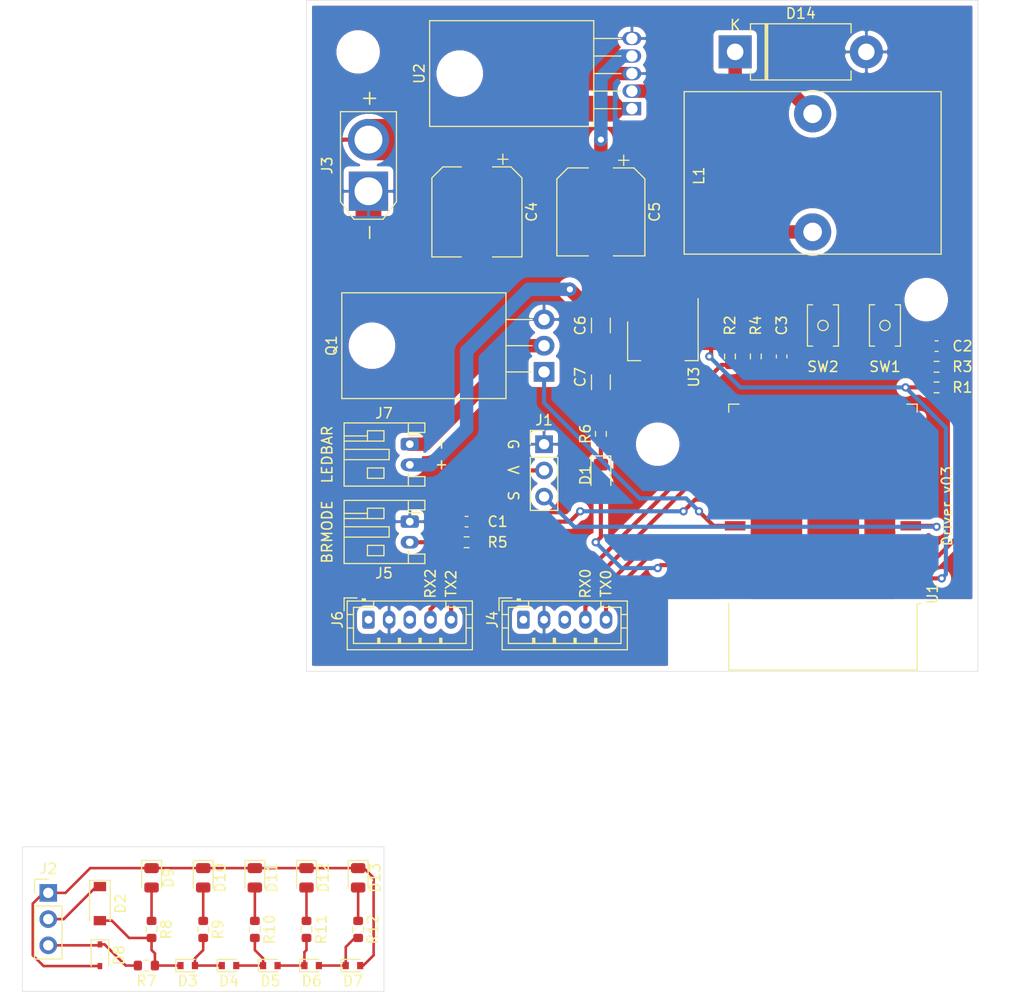
<source format=kicad_pcb>
(kicad_pcb (version 20171130) (host pcbnew "(5.1.10)-1")
  (layers (0 F.Cu signal) (31 B.Cu signal) (34 B.Paste user) (35 F.Paste user) (36 B.SilkS user) (37 F.SilkS user) (38 B.Mask user) (39 F.Mask user) (44 Edge.Cuts user))
  (net 0 "")
  (net 1 "IO19(BRMODE)")
  (net 2 "Net-(C2-Pad1)")
  (net 3 "Net-(C3-Pad1)")
  (net 4 V_BATT)
  (net 5 V_LED)
  (net 6 VCC)
  (net 7 "IO22(IND)")
  (net 8 "Net-(D1-Pad1)")
  (net 9 "Net-(D2-Pad2)")
  (net 10 "/Battery Level Guage/BATT_10CELL")
  (net 11 "Net-(D3-Pad2)")
  (net 12 "Net-(D4-Pad2)")
  (net 13 "Net-(D5-Pad2)")
  (net 14 "Net-(D6-Pad2)")
  (net 15 "/Battery Level Guage/BATT_GND")
  (net 16 "/Battery Level Guage/BATT_SENS")
  (net 17 "Net-(D9-Pad2)")
  (net 18 "Net-(D10-Pad2)")
  (net 19 "Net-(D11-Pad2)")
  (net 20 "Net-(D12-Pad2)")
  (net 21 "Net-(D13-Pad2)")
  (net 22 "Net-(D14-Pad1)")
  (net 23 "IO34(LVSENS)")
  (net 24 TXD0)
  (net 25 RXD0)
  (net 26 "Net-(J4-Pad3)")
  (net 27 "Net-(J4-Pad1)")
  (net 28 "Net-(J5-Pad2)")
  (net 29 TXD2)
  (net 30 RXD2)
  (net 31 "Net-(J6-Pad3)")
  (net 32 "Net-(J6-Pad1)")
  (net 33 "Net-(J7-Pad1)")
  (net 34 "IO21(LED)")
  (net 35 EN)
  (net 36 BOOT)
  (net 37 "Net-(U1-Pad37)")
  (net 38 "Net-(U1-Pad32)")
  (net 39 "Net-(U1-Pad30)")
  (net 40 "Net-(U1-Pad29)")
  (net 41 "Net-(U1-Pad26)")
  (net 42 "Net-(U1-Pad24)")
  (net 43 "Net-(U1-Pad23)")
  (net 44 "Net-(U1-Pad22)")
  (net 45 "Net-(U1-Pad21)")
  (net 46 "Net-(U1-Pad20)")
  (net 47 "Net-(U1-Pad19)")
  (net 48 "Net-(U1-Pad18)")
  (net 49 "Net-(U1-Pad17)")
  (net 50 "Net-(U1-Pad16)")
  (net 51 "Net-(U1-Pad14)")
  (net 52 "Net-(U1-Pad13)")
  (net 53 "Net-(U1-Pad12)")
  (net 54 "Net-(U1-Pad11)")
  (net 55 "Net-(U1-Pad10)")
  (net 56 "Net-(U1-Pad9)")
  (net 57 "Net-(U1-Pad8)")
  (net 58 "Net-(U1-Pad7)")
  (net 59 "Net-(U1-Pad5)")
  (net 60 "Net-(U1-Pad4)")
  (net 61 Earth)
  (module Diode_SMD:D_SOD-523 (layer F.Cu) (at 86.5 113.5)
    (fp_text reference D5 (at 0 1.5) (layer F.SilkS))
    (fp_text value zenor/2v)
    (pad 1 smd rect (at -0.7 0 180) (size 0.6 0.7) (layers F.Cu F.Paste F.Mask) (net 12 "Net-(D4-Pad2)"))
    (pad 2 smd rect (at 0.7 0 180) (size 0.6 0.7) (layers F.Cu F.Paste F.Mask) (net 13 "Net-(D5-Pad2)"))
  )
  (module Diode_SMD:D_SOD-523 (layer F.Cu) (at 78.5 113.5)
    (fp_text reference D3 (at 0 1.5) (layer F.SilkS))
    (fp_text value zenor/2v)
    (pad 1 smd rect (at -0.7 0 180) (size 0.6 0.7) (layers F.Cu F.Paste F.Mask) (net 9 "Net-(D2-Pad2)"))
    (pad 2 smd rect (at 0.7 0 180) (size 0.6 0.7) (layers F.Cu F.Paste F.Mask) (net 11 "Net-(D3-Pad2)"))
  )
  (module Resistor_SMD:R_0603_1608Metric (layer F.Cu) (at 85 110 270)
    (fp_text reference R10 (at 0 -1.43 90) (layer F.SilkS))
    (fp_text value 280)
    (pad 2 smd roundrect (at 0.825 0 270) (size 0.8 0.95) (layers F.Cu F.Paste F.Mask) (net 12 "Net-(D4-Pad2)"))
    (pad 1 smd roundrect (at -0.825 0 270) (size 0.8 0.95) (layers F.Cu F.Paste F.Mask) (net 19 "Net-(D11-Pad2)"))
  )
  (module Diode_SMD:D_SOD-323 (layer F.Cu) (at 70 112.5 270)
    (fp_text reference D8 (at 0 -1.85 90) (layer F.SilkS))
    (fp_text value zenor/3.3v)
    (pad 2 smd rect (at 1.05 0 270) (size 0.6 0.45) (layers F.Cu F.Paste F.Mask) (net 15 "/Battery Level Guage/BATT_GND"))
    (pad 1 smd rect (at -1.05 0 270) (size 0.6 0.45) (layers F.Cu F.Paste F.Mask) (net 16 "/Battery Level Guage/BATT_SENS"))
  )
  (module Diode_SMD:D_SOD-523 (layer F.Cu) (at 90.5 113.5)
    (fp_text reference D6 (at 0 1.5) (layer F.SilkS))
    (fp_text value zenor/2v)
    (pad 1 smd rect (at -0.7 0 180) (size 0.6 0.7) (layers F.Cu F.Paste F.Mask) (net 13 "Net-(D5-Pad2)"))
    (pad 2 smd rect (at 0.7 0 180) (size 0.6 0.7) (layers F.Cu F.Paste F.Mask) (net 14 "Net-(D6-Pad2)"))
  )
  (module LED_SMD:LED_0805_2012Metric (layer F.Cu) (at 90 105 270)
    (fp_text reference D12 (at 0 -1.65 90) (layer F.SilkS))
    (fp_text value RED)
    (pad 2 smd roundrect (at 0.9375 0 270) (size 0.975 1.4) (layers F.Cu F.Paste F.Mask) (net 20 "Net-(D12-Pad2)"))
    (pad 1 smd roundrect (at -0.9375 0 270) (size 0.975 1.4) (layers F.Cu F.Paste F.Mask) (net 15 "/Battery Level Guage/BATT_GND"))
  )
  (module Diode_SMD:D_SOD-123 (layer F.Cu) (at 70 107.5 270)
    (fp_text reference D2 (at 0 -2 90) (layer F.SilkS))
    (fp_text value zenor/32v)
    (pad 2 smd rect (at 1.65 0 270) (size 0.9 1.2) (layers F.Cu F.Paste F.Mask) (net 9 "Net-(D2-Pad2)"))
    (pad 1 smd rect (at -1.65 0 270) (size 0.9 1.2) (layers F.Cu F.Paste F.Mask) (net 10 "/Battery Level Guage/BATT_10CELL"))
  )
  (module Diode_SMD:D_SOD-523 (layer F.Cu) (at 94.5 113.5)
    (fp_text reference D7 (at 0 1.5) (layer F.SilkS))
    (fp_text value zenor/2v)
    (pad 1 smd rect (at -0.7 0 180) (size 0.6 0.7) (layers F.Cu F.Paste F.Mask) (net 14 "Net-(D6-Pad2)"))
    (pad 2 smd rect (at 0.7 0 180) (size 0.6 0.7) (layers F.Cu F.Paste F.Mask) (net 15 "/Battery Level Guage/BATT_GND"))
  )
  (module LED_SMD:LED_0805_2012Metric (layer F.Cu) (at 75 105 270)
    (fp_text reference D9 (at 0 -1.65 90) (layer F.SilkS))
    (fp_text value RED)
    (pad 2 smd roundrect (at 0.9375 0 270) (size 0.975 1.4) (layers F.Cu F.Paste F.Mask) (net 17 "Net-(D9-Pad2)"))
    (pad 1 smd roundrect (at -0.9375 0 270) (size 0.975 1.4) (layers F.Cu F.Paste F.Mask) (net 15 "/Battery Level Guage/BATT_GND"))
  )
  (module Connector_PinHeader_2.54mm:PinHeader_1x03_P2.54mm_Vertical (layer F.Cu) (at 65 106.46)
    (fp_text reference J2 (at 0 -2.33) (layer F.SilkS))
    (fp_text value Conn_01x03)
    (pad 3 thru_hole oval (at 0 5.08) (size 1.7 1.7) (drill 1) (layers *.Cu *.Mask) (net 16 "/Battery Level Guage/BATT_SENS"))
    (pad 2 thru_hole oval (at 0 2.54) (size 1.7 1.7) (drill 1) (layers *.Cu *.Mask) (net 10 "/Battery Level Guage/BATT_10CELL"))
    (pad 1 thru_hole rect (at 0 0) (size 1.7 1.7) (drill 1) (layers *.Cu *.Mask) (net 15 "/Battery Level Guage/BATT_GND"))
  )
  (module LED_SMD:LED_0805_2012Metric (layer F.Cu) (at 95 105 270)
    (fp_text reference D13 (at 0 -1.65 90) (layer F.SilkS))
    (fp_text value RED)
    (pad 2 smd roundrect (at 0.9375 0 270) (size 0.975 1.4) (layers F.Cu F.Paste F.Mask) (net 21 "Net-(D13-Pad2)"))
    (pad 1 smd roundrect (at -0.9375 0 270) (size 0.975 1.4) (layers F.Cu F.Paste F.Mask) (net 15 "/Battery Level Guage/BATT_GND"))
  )
  (module LED_SMD:LED_0805_2012Metric (layer F.Cu) (at 80 105 270)
    (fp_text reference D10 (at 0 -1.65 90) (layer F.SilkS))
    (fp_text value RED)
    (pad 2 smd roundrect (at 0.9375 0 270) (size 0.975 1.4) (layers F.Cu F.Paste F.Mask) (net 18 "Net-(D10-Pad2)"))
    (pad 1 smd roundrect (at -0.9375 0 270) (size 0.975 1.4) (layers F.Cu F.Paste F.Mask) (net 15 "/Battery Level Guage/BATT_GND"))
  )
  (module LED_SMD:LED_0805_2012Metric (layer F.Cu) (at 85 105 270)
    (fp_text reference D11 (at 0 -1.65 90) (layer F.SilkS))
    (fp_text value RED)
    (pad 2 smd roundrect (at 0.9375 0 270) (size 0.975 1.4) (layers F.Cu F.Paste F.Mask) (net 19 "Net-(D11-Pad2)"))
    (pad 1 smd roundrect (at -0.9375 0 270) (size 0.975 1.4) (layers F.Cu F.Paste F.Mask) (net 15 "/Battery Level Guage/BATT_GND"))
  )
  (module Diode_SMD:D_SOD-523 (layer F.Cu) (at 82.5 113.5)
    (fp_text reference D4 (at 0 1.5) (layer F.SilkS))
    (fp_text value zenor/2v)
    (pad 1 smd rect (at -0.7 0 180) (size 0.6 0.7) (layers F.Cu F.Paste F.Mask) (net 11 "Net-(D3-Pad2)"))
    (pad 2 smd rect (at 0.7 0 180) (size 0.6 0.7) (layers F.Cu F.Paste F.Mask) (net 12 "Net-(D4-Pad2)"))
  )
  (module Resistor_SMD:R_0603_1608Metric (layer F.Cu) (at 74.5 113.5)
    (fp_text reference R7 (at 0 1.5) (layer F.SilkS))
    (fp_text value 100k)
    (pad 2 smd roundrect (at 0.825 0) (size 0.8 0.95) (layers F.Cu F.Paste F.Mask) (net 9 "Net-(D2-Pad2)"))
    (pad 1 smd roundrect (at -0.825 0) (size 0.8 0.95) (layers F.Cu F.Paste F.Mask) (net 16 "/Battery Level Guage/BATT_SENS"))
  )
  (module Resistor_SMD:R_0603_1608Metric (layer F.Cu) (at 75 110 270)
    (fp_text reference R8 (at 0 -1.43 90) (layer F.SilkS))
    (fp_text value 560)
    (pad 2 smd roundrect (at 0.825 0 270) (size 0.8 0.95) (layers F.Cu F.Paste F.Mask) (net 9 "Net-(D2-Pad2)"))
    (pad 1 smd roundrect (at -0.825 0 270) (size 0.8 0.95) (layers F.Cu F.Paste F.Mask) (net 17 "Net-(D9-Pad2)"))
  )
  (module Resistor_SMD:R_0603_1608Metric (layer F.Cu) (at 80 110 270)
    (fp_text reference R9 (at 0 -1.43 90) (layer F.SilkS))
    (fp_text value 430)
    (pad 2 smd roundrect (at 0.825 0 270) (size 0.8 0.95) (layers F.Cu F.Paste F.Mask) (net 11 "Net-(D3-Pad2)"))
    (pad 1 smd roundrect (at -0.825 0 270) (size 0.8 0.95) (layers F.Cu F.Paste F.Mask) (net 18 "Net-(D10-Pad2)"))
  )
  (module Resistor_SMD:R_0603_1608Metric (layer F.Cu) (at 90 110 270)
    (fp_text reference R11 (at 0 -1.43 90) (layer F.SilkS))
    (fp_text value 150)
    (pad 2 smd roundrect (at 0.825 0 270) (size 0.8 0.95) (layers F.Cu F.Paste F.Mask) (net 13 "Net-(D5-Pad2)"))
    (pad 1 smd roundrect (at -0.825 0 270) (size 0.8 0.95) (layers F.Cu F.Paste F.Mask) (net 20 "Net-(D12-Pad2)"))
  )
  (module Resistor_SMD:R_0603_1608Metric (layer F.Cu) (at 95 110 270)
    (fp_text reference R12 (at 0 -1.43 90) (layer F.SilkS))
    (fp_text value 100)
    (pad 2 smd roundrect (at 0.825 0 270) (size 0.8 0.95) (layers F.Cu F.Paste F.Mask) (net 14 "Net-(D6-Pad2)"))
    (pad 1 smd roundrect (at -0.825 0 270) (size 0.8 0.95) (layers F.Cu F.Paste F.Mask) (net 21 "Net-(D13-Pad2)"))
  )
  (module MountingHole:MountingHole_3.2mm_M3 (layer F.Cu) (at 124 63)
    (fp_text reference REF** hide)
    (fp_text value MountingHole_3.2mm_M3)
    (pad 1 np_thru_hole circle (at 0 0) (size 3.2 3.2) (drill 3.2) (layers *.Cu *.Mask))
  )
  (module MountingHole:MountingHole_3.2mm_M3 (layer F.Cu) (at 150 49)
    (fp_text reference REF** hide)
    (fp_text value MountingHole_3.2mm_M3)
    (pad 1 np_thru_hole circle (at 0 0) (size 3.2 3.2) (drill 3.2) (layers *.Cu *.Mask))
  )
  (module MountingHole:MountingHole_3.2mm_M3 (layer F.Cu) (at 95 25)
    (fp_text reference REF** hide)
    (fp_text value MountingHole_3.2mm_M3)
    (pad 1 np_thru_hole circle (at 0 0) (size 3.2 3.2) (drill 3.2) (layers *.Cu *.Mask))
  )
  (module Package_TO_SOT_THT:TO-220-5_Horizontal_TabDown (layer F.Cu) (at 121.5 30.5 90)
    (fp_text reference U2 (at 3.4 -20.58 90) (layer F.SilkS))
    (fp_text value LM2576HVT-5)
    (pad 5 thru_hole oval (at 6.8 0 90) (size 1.275 1.8) (drill 1.1) (layers *.Cu *.Mask) (net 61 Earth))
    (pad 4 thru_hole oval (at 5.1 0 90) (size 1.275 1.8) (drill 1.1) (layers *.Cu *.Mask) (net 5 V_LED))
    (pad 3 thru_hole oval (at 3.4 0 90) (size 1.275 1.8) (drill 1.1) (layers *.Cu *.Mask) (net 61 Earth))
    (pad 2 thru_hole oval (at 1.7 0 90) (size 1.275 1.8) (drill 1.1) (layers *.Cu *.Mask) (net 22 "Net-(D14-Pad1)"))
    (pad 1 thru_hole rect (at 0 0 90) (size 1.275 1.8) (drill 1.1) (layers *.Cu *.Mask) (net 4 V_BATT))
    (pad "" np_thru_hole oval (at 3.4 -16.66 90) (size 3.5 3.5) (drill 3.5) (layers *.Cu *.Mask))
  )
  (module Package_TO_SOT_SMD:SOT-223-3_TabPin2 (layer F.Cu) (at 124.5 53 270)
    (fp_text reference U3 (at 3.5 -3 90) (layer F.SilkS))
    (fp_text value LD1117S33TR_SOT223)
    (pad 1 smd rect (at -3.15 -2.3 270) (size 2 1.5) (layers F.Cu F.Paste F.Mask) (net 61 Earth))
    (pad 3 smd rect (at -3.15 2.3 270) (size 2 1.5) (layers F.Cu F.Paste F.Mask) (net 5 V_LED))
    (pad 2 smd rect (at -3.15 0 270) (size 2 1.5) (layers F.Cu F.Paste F.Mask) (net 6 VCC))
    (pad 2 smd rect (at 3.15 0 270) (size 2 3.8) (layers F.Cu F.Paste F.Mask) (net 6 VCC))
  )
  (module RF_Module:ESP32-WROOM-32 (layer F.Cu) (at 140 69 180)
    (fp_text reference U1 (at -10.61 -8.5 90) (layer F.SilkS))
    (fp_text value ESP32-WROOM-32)
    (pad 38 smd rect (at 8.5 -8.255 180) (size 2 0.9) (layers F.Cu F.Paste F.Mask) (net 61 Earth))
    (pad 37 smd rect (at 8.5 -6.985 180) (size 2 0.9) (layers F.Cu F.Paste F.Mask) (net 37 "Net-(U1-Pad37)"))
    (pad 36 smd rect (at 8.5 -5.715 180) (size 2 0.9) (layers F.Cu F.Paste F.Mask) (net 7 "IO22(IND)"))
    (pad 35 smd rect (at 8.5 -4.445 180) (size 2 0.9) (layers F.Cu F.Paste F.Mask) (net 24 TXD0))
    (pad 34 smd rect (at 8.5 -3.175 180) (size 2 0.9) (layers F.Cu F.Paste F.Mask) (net 25 RXD0))
    (pad 33 smd rect (at 8.5 -1.905 180) (size 2 0.9) (layers F.Cu F.Paste F.Mask) (net 34 "IO21(LED)"))
    (pad 32 smd rect (at 8.5 -0.635 180) (size 2 0.9) (layers F.Cu F.Paste F.Mask) (net 38 "Net-(U1-Pad32)"))
    (pad 31 smd rect (at 8.5 0.635 180) (size 2 0.9) (layers F.Cu F.Paste F.Mask) (net 1 "IO19(BRMODE)"))
    (pad 30 smd rect (at 8.5 1.905 180) (size 2 0.9) (layers F.Cu F.Paste F.Mask) (net 39 "Net-(U1-Pad30)"))
    (pad 29 smd rect (at 8.5 3.175 180) (size 2 0.9) (layers F.Cu F.Paste F.Mask) (net 40 "Net-(U1-Pad29)"))
    (pad 28 smd rect (at 8.5 4.445 180) (size 2 0.9) (layers F.Cu F.Paste F.Mask) (net 29 TXD2))
    (pad 27 smd rect (at 8.5 5.715 180) (size 2 0.9) (layers F.Cu F.Paste F.Mask) (net 30 RXD2))
    (pad 26 smd rect (at 8.5 6.985 180) (size 2 0.9) (layers F.Cu F.Paste F.Mask) (net 41 "Net-(U1-Pad26)"))
    (pad 25 smd rect (at 8.5 8.255 180) (size 2 0.9) (layers F.Cu F.Paste F.Mask) (net 36 BOOT))
    (pad 24 smd rect (at 5.715 9.255 270) (size 2 0.9) (layers F.Cu F.Paste F.Mask) (net 42 "Net-(U1-Pad24)"))
    (pad 23 smd rect (at 4.445 9.255 270) (size 2 0.9) (layers F.Cu F.Paste F.Mask) (net 43 "Net-(U1-Pad23)"))
    (pad 22 smd rect (at 3.175 9.255 270) (size 2 0.9) (layers F.Cu F.Paste F.Mask) (net 44 "Net-(U1-Pad22)"))
    (pad 21 smd rect (at 1.905 9.255 270) (size 2 0.9) (layers F.Cu F.Paste F.Mask) (net 45 "Net-(U1-Pad21)"))
    (pad 20 smd rect (at 0.635 9.255 270) (size 2 0.9) (layers F.Cu F.Paste F.Mask) (net 46 "Net-(U1-Pad20)"))
    (pad 19 smd rect (at -0.635 9.255 270) (size 2 0.9) (layers F.Cu F.Paste F.Mask) (net 47 "Net-(U1-Pad19)"))
    (pad 18 smd rect (at -1.905 9.255 270) (size 2 0.9) (layers F.Cu F.Paste F.Mask) (net 48 "Net-(U1-Pad18)"))
    (pad 17 smd rect (at -3.175 9.255 270) (size 2 0.9) (layers F.Cu F.Paste F.Mask) (net 49 "Net-(U1-Pad17)"))
    (pad 16 smd rect (at -4.445 9.255 270) (size 2 0.9) (layers F.Cu F.Paste F.Mask) (net 50 "Net-(U1-Pad16)"))
    (pad 15 smd rect (at -5.715 9.255 270) (size 2 0.9) (layers F.Cu F.Paste F.Mask) (net 61 Earth))
    (pad 14 smd rect (at -8.5 8.255 180) (size 2 0.9) (layers F.Cu F.Paste F.Mask) (net 51 "Net-(U1-Pad14)"))
    (pad 13 smd rect (at -8.5 6.985 180) (size 2 0.9) (layers F.Cu F.Paste F.Mask) (net 52 "Net-(U1-Pad13)"))
    (pad 12 smd rect (at -8.5 5.715 180) (size 2 0.9) (layers F.Cu F.Paste F.Mask) (net 53 "Net-(U1-Pad12)"))
    (pad 11 smd rect (at -8.5 4.445 180) (size 2 0.9) (layers F.Cu F.Paste F.Mask) (net 54 "Net-(U1-Pad11)"))
    (pad 10 smd rect (at -8.5 3.175 180) (size 2 0.9) (layers F.Cu F.Paste F.Mask) (net 55 "Net-(U1-Pad10)"))
    (pad 9 smd rect (at -8.5 1.905 180) (size 2 0.9) (layers F.Cu F.Paste F.Mask) (net 56 "Net-(U1-Pad9)"))
    (pad 8 smd rect (at -8.5 0.635 180) (size 2 0.9) (layers F.Cu F.Paste F.Mask) (net 57 "Net-(U1-Pad8)"))
    (pad 7 smd rect (at -8.5 -0.635 180) (size 2 0.9) (layers F.Cu F.Paste F.Mask) (net 58 "Net-(U1-Pad7)"))
    (pad 6 smd rect (at -8.5 -1.905 180) (size 2 0.9) (layers F.Cu F.Paste F.Mask) (net 23 "IO34(LVSENS)"))
    (pad 5 smd rect (at -8.5 -3.175 180) (size 2 0.9) (layers F.Cu F.Paste F.Mask) (net 59 "Net-(U1-Pad5)"))
    (pad 4 smd rect (at -8.5 -4.445 180) (size 2 0.9) (layers F.Cu F.Paste F.Mask) (net 60 "Net-(U1-Pad4)"))
    (pad 3 smd rect (at -8.5 -5.715 180) (size 2 0.9) (layers F.Cu F.Paste F.Mask) (net 35 EN))
    (pad 2 smd rect (at -8.5 -6.985 180) (size 2 0.9) (layers F.Cu F.Paste F.Mask) (net 6 VCC))
    (pad 1 smd rect (at -8.5 -8.255 180) (size 2 0.9) (layers F.Cu F.Paste F.Mask) (net 61 Earth))
    (pad 39 smd rect (at -1 -0.755 180) (size 5 5) (layers F.Cu F.Paste F.Mask) (net 61 Earth))
  )
  (module Tact_Switch:CTT-1135P1 (layer F.Cu) (at 140 51.5 90)
    (fp_text reference SW2 (at -4 0) (layer F.SilkS))
    (fp_text value EN)
    (pad 2 smd rect (at -2.05 0 90) (size 1.3 2) (layers F.Cu F.Paste F.Mask) (net 3 "Net-(C3-Pad1)"))
    (pad 1 smd rect (at 2.05 0 90) (size 1.3 2) (layers F.Cu F.Paste F.Mask) (net 61 Earth))
  )
  (module Tact_Switch:CTT-1135P1 (layer F.Cu) (at 146 51.5 90)
    (fp_text reference SW1 (at -4 0) (layer F.SilkS))
    (fp_text value EN)
    (pad 2 smd rect (at -2.05 0 90) (size 1.3 2) (layers F.Cu F.Paste F.Mask) (net 2 "Net-(C2-Pad1)"))
    (pad 1 smd rect (at 2.05 0 90) (size 1.3 2) (layers F.Cu F.Paste F.Mask) (net 61 Earth))
  )
  (module Resistor_SMD:R_0603_1608Metric (layer F.Cu) (at 118.5 62 90)
    (fp_text reference R6 (at 0 -1.5 90) (layer F.SilkS))
    (fp_text value 560)
    (pad 2 smd roundrect (at 0.825 0 90) (size 0.8 0.95) (layers F.Cu F.Paste F.Mask) (net 61 Earth))
    (pad 1 smd roundrect (at -0.825 0 90) (size 0.8 0.95) (layers F.Cu F.Paste F.Mask) (net 8 "Net-(D1-Pad1)"))
  )
  (module Resistor_SMD:R_0603_1608Metric (layer F.Cu) (at 105.5 72.5 180)
    (fp_text reference R5 (at -3 0) (layer F.SilkS))
    (fp_text value 100)
    (pad 2 smd roundrect (at 0.825 0 180) (size 0.8 0.95) (layers F.Cu F.Paste F.Mask) (net 28 "Net-(J5-Pad2)"))
    (pad 1 smd roundrect (at -0.825 0 180) (size 0.8 0.95) (layers F.Cu F.Paste F.Mask) (net 1 "IO19(BRMODE)"))
  )
  (module Resistor_SMD:R_0603_1608Metric (layer F.Cu) (at 133.5 54.5 90)
    (fp_text reference R4 (at 3 0 90) (layer F.SilkS))
    (fp_text value 100)
    (pad 2 smd roundrect (at 0.825 0 90) (size 0.8 0.95) (layers F.Cu F.Paste F.Mask) (net 3 "Net-(C3-Pad1)"))
    (pad 1 smd roundrect (at -0.825 0 90) (size 0.8 0.95) (layers F.Cu F.Paste F.Mask) (net 36 BOOT))
  )
  (module Resistor_SMD:R_0603_1608Metric (layer F.Cu) (at 151 55.5 180)
    (fp_text reference R3 (at -2.5 0) (layer F.SilkS))
    (fp_text value 100)
    (pad 2 smd roundrect (at 0.825 0 180) (size 0.8 0.95) (layers F.Cu F.Paste F.Mask) (net 2 "Net-(C2-Pad1)"))
    (pad 1 smd roundrect (at -0.825 0 180) (size 0.8 0.95) (layers F.Cu F.Paste F.Mask) (net 35 EN))
  )
  (module Resistor_SMD:R_0603_1608Metric (layer F.Cu) (at 131 54.5 270)
    (fp_text reference R2 (at -3 0 90) (layer F.SilkS))
    (fp_text value 100k)
    (pad 2 smd roundrect (at 0.825 0 270) (size 0.8 0.95) (layers F.Cu F.Paste F.Mask) (net 36 BOOT))
    (pad 1 smd roundrect (at -0.825 0 270) (size 0.8 0.95) (layers F.Cu F.Paste F.Mask) (net 6 VCC))
  )
  (module Resistor_SMD:R_0603_1608Metric (layer F.Cu) (at 151 57.5)
    (fp_text reference R1 (at 2.5 0) (layer F.SilkS))
    (fp_text value 100k)
    (pad 2 smd roundrect (at 0.825 0) (size 0.8 0.95) (layers F.Cu F.Paste F.Mask) (net 35 EN))
    (pad 1 smd roundrect (at -0.825 0) (size 0.8 0.95) (layers F.Cu F.Paste F.Mask) (net 6 VCC))
  )
  (module Package_TO_SOT_THT:TO-220-3_Horizontal_TabDown (layer F.Cu) (at 113 56 90)
    (fp_text reference Q1 (at 2.54 -20.58 90) (layer F.SilkS))
    (fp_text value N-FET)
    (pad 3 thru_hole oval (at 5.08 0 90) (size 1.905 2) (drill 1.1) (layers *.Cu *.Mask) (net 61 Earth))
    (pad 2 thru_hole oval (at 2.54 0 90) (size 1.905 2) (drill 1.1) (layers *.Cu *.Mask) (net 33 "Net-(J7-Pad1)"))
    (pad 1 thru_hole rect (at 0 0 90) (size 1.905 2) (drill 1.1) (layers *.Cu *.Mask) (net 34 "IO21(LED)"))
    (pad "" np_thru_hole oval (at 2.54 -16.66 90) (size 3.5 3.5) (drill 3.5) (layers *.Cu *.Mask))
  )
  (module Inductor_THT:L_Toroid_Vertical_L24.6mm_W15.5mm_P11.44mm_Pulse_KM-4 (layer F.Cu) (at 139 31)
    (fp_text reference L1 (at -11 6 90) (layer F.SilkS))
    (fp_text value 100uH)
    (pad 2 thru_hole circle (at 0 11.44) (size 3.6 3.6) (drill 1.8) (layers *.Cu *.Mask) (net 5 V_LED))
    (pad 1 thru_hole circle (at 0 0) (size 3.6 3.6) (drill 1.8) (layers *.Cu *.Mask) (net 22 "Net-(D14-Pad1)"))
  )
  (module Connector_JST:JST_PH_S2B-PH-K_1x02_P2.00mm_Horizontal (layer F.Cu) (at 100 63 270)
    (fp_text reference J7 (at -3 2.5 180) (layer F.SilkS))
    (fp_text value LED)
    (pad 2 thru_hole oval (at 2 0 270) (size 1.2 1.75) (drill 0.75) (layers *.Cu *.Mask) (net 5 V_LED))
    (pad 1 thru_hole roundrect (at 0 0 270) (size 1.2 1.75) (drill 0.75) (layers *.Cu *.Mask) (roundrect_rratio 0.2083325) (net 33 "Net-(J7-Pad1)"))
  )
  (module Connector_JST:JST_PH_B5B-PH-K_1x05_P2.00mm_Vertical (layer F.Cu) (at 96 80)
    (fp_text reference J6 (at -3 0 270) (layer F.SilkS))
    (fp_text value UART2)
    (pad 5 thru_hole oval (at 8 0) (size 1.2 1.75) (drill 0.75) (layers *.Cu *.Mask) (net 29 TXD2))
    (pad 4 thru_hole oval (at 6 0) (size 1.2 1.75) (drill 0.75) (layers *.Cu *.Mask) (net 30 RXD2))
    (pad 3 thru_hole oval (at 4 0) (size 1.2 1.75) (drill 0.75) (layers *.Cu *.Mask) (net 31 "Net-(J6-Pad3)"))
    (pad 2 thru_hole oval (at 2 0) (size 1.2 1.75) (drill 0.75) (layers *.Cu *.Mask) (net 61 Earth))
    (pad 1 thru_hole roundrect (at 0 0) (size 1.2 1.75) (drill 0.75) (layers *.Cu *.Mask) (roundrect_rratio 0.2083325) (net 32 "Net-(J6-Pad1)"))
  )
  (module Connector_JST:JST_PH_S2B-PH-K_1x02_P2.00mm_Horizontal (layer F.Cu) (at 100 70.5 270)
    (fp_text reference J5 (at 5 2.5 180) (layer F.SilkS))
    (fp_text value Button)
    (pad 2 thru_hole oval (at 2 0 270) (size 1.2 1.75) (drill 0.75) (layers *.Cu *.Mask) (net 28 "Net-(J5-Pad2)"))
    (pad 1 thru_hole roundrect (at 0 0 270) (size 1.2 1.75) (drill 0.75) (layers *.Cu *.Mask) (roundrect_rratio 0.2083325) (net 61 Earth))
  )
  (module Connector_JST:JST_PH_B5B-PH-K_1x05_P2.00mm_Vertical (layer F.Cu) (at 111 80)
    (fp_text reference J4 (at -3 0 270) (layer F.SilkS))
    (fp_text value UART0)
    (pad 5 thru_hole oval (at 8 0) (size 1.2 1.75) (drill 0.75) (layers *.Cu *.Mask) (net 24 TXD0))
    (pad 4 thru_hole oval (at 6 0) (size 1.2 1.75) (drill 0.75) (layers *.Cu *.Mask) (net 25 RXD0))
    (pad 3 thru_hole oval (at 4 0) (size 1.2 1.75) (drill 0.75) (layers *.Cu *.Mask) (net 26 "Net-(J4-Pad3)"))
    (pad 2 thru_hole oval (at 2 0) (size 1.2 1.75) (drill 0.75) (layers *.Cu *.Mask) (net 61 Earth))
    (pad 1 thru_hole roundrect (at 0 0) (size 1.2 1.75) (drill 0.75) (layers *.Cu *.Mask) (roundrect_rratio 0.2083325) (net 27 "Net-(J4-Pad1)"))
  )
  (module Connector_AMASS:AMASS_XT30U-F_1x02_P5.0mm_Vertical (layer F.Cu) (at 96 38.5 90)
    (fp_text reference J3 (at 2.5 -4 90) (layer F.SilkS))
    (fp_text value Batt)
    (fp_text user - (at -4 0 90) (layer F.SilkS) (effects (font (size 1.5 1.5))))
    (fp_text user + (at 9 0 90) (layer F.SilkS) (effects (font (size 1.5 1.5))))
    (pad 2 thru_hole circle (at 5 0 90) (size 4 4) (drill 2.7) (layers *.Cu *.Mask) (net 4 V_BATT))
    (pad 1 thru_hole rect (at 0 0 90) (size 3.8 3.8) (drill 2.7) (layers *.Cu *.Mask) (net 61 Earth))
  )
  (module Connector_PinHeader_2.54mm:PinHeader_1x03_P2.54mm_Vertical (layer F.Cu) (at 113 63)
    (fp_text reference J1 (at 0 -2.33) (layer F.SilkS))
    (fp_text value Conn_01x03)
    (pad 3 thru_hole oval (at 0 5.08) (size 1.7 1.7) (drill 1) (layers *.Cu *.Mask) (net 23 "IO34(LVSENS)"))
    (pad 2 thru_hole oval (at 0 2.54) (size 1.7 1.7) (drill 1) (layers *.Cu *.Mask) (net 4 V_BATT))
    (pad 1 thru_hole rect (at 0 0) (size 1.7 1.7) (drill 1) (layers *.Cu *.Mask) (net 61 Earth))
  )
  (module Diode_THT:D_DO-201AD_P12.70mm_Horizontal (layer F.Cu) (at 131.5 25)
    (fp_text reference D14 (at 6.35 -3.72) (layer F.SilkS))
    (fp_text value 1N5822)
    (fp_text user K (at 0 -2.6) (layer F.SilkS))
    (pad 2 thru_hole oval (at 12.7 0) (size 3.2 3.2) (drill 1.6) (layers *.Cu *.Mask) (net 61 Earth))
    (pad 1 thru_hole rect (at 0 0) (size 3.2 3.2) (drill 1.6) (layers *.Cu *.Mask) (net 22 "Net-(D14-Pad1)"))
  )
  (module LED_SMD:LED_0805_2012Metric_Pad1.15x1.40mm_HandSolder (layer F.Cu) (at 118.5 66 270)
    (fp_text reference D1 (at 0 1.5 90) (layer F.SilkS))
    (fp_text value LED)
    (pad 2 smd roundrect (at 1.025 0 270) (size 1.15 1.4) (layers F.Cu F.Paste F.Mask) (roundrect_rratio 0.2173904347826087) (net 7 "IO22(IND)"))
    (pad 1 smd roundrect (at -1.025 0 270) (size 1.15 1.4) (layers F.Cu F.Paste F.Mask) (roundrect_rratio 0.2173904347826087) (net 8 "Net-(D1-Pad1)"))
  )
  (module Capacitor_SMD:C_1206_3216Metric_Pad1.33x1.80mm_HandSolder (layer F.Cu) (at 118.5 57 90)
    (fp_text reference C7 (at 0.5 -2 90) (layer F.SilkS))
    (fp_text value 4.7uF/3216)
    (pad 2 smd roundrect (at 1.5625 0 90) (size 1.325 1.8) (layers F.Cu F.Paste F.Mask) (roundrect_rratio 0.1886784905660377) (net 61 Earth))
    (pad 1 smd roundrect (at -1.5625 0 90) (size 1.325 1.8) (layers F.Cu F.Paste F.Mask) (roundrect_rratio 0.1886784905660377) (net 6 VCC))
  )
  (module Capacitor_SMD:C_1206_3216Metric_Pad1.33x1.80mm_HandSolder (layer F.Cu) (at 118.5 51.5 270)
    (fp_text reference C6 (at 0 2 90) (layer F.SilkS))
    (fp_text value 4.7uF/3216)
    (pad 2 smd roundrect (at 1.5625 0 270) (size 1.325 1.8) (layers F.Cu F.Paste F.Mask) (roundrect_rratio 0.1886784905660377) (net 61 Earth))
    (pad 1 smd roundrect (at -1.5625 0 270) (size 1.325 1.8) (layers F.Cu F.Paste F.Mask) (roundrect_rratio 0.1886784905660377) (net 5 V_LED))
  )
  (module Capacitor_SMD:CP_Elec_8x11.9 (layer F.Cu) (at 118.5 40.5 270)
    (fp_text reference C5 (at 0 -5.2 90) (layer F.SilkS))
    (fp_text value 1000uF/6.3V)
    (pad 2 smd roundrect (at 3.475 0 270) (size 4.15 1.9) (layers F.Cu F.Paste F.Mask) (roundrect_rratio 0.131578947368421) (net 61 Earth))
    (pad 1 smd roundrect (at -3.475 0 270) (size 4.15 1.9) (layers F.Cu F.Paste F.Mask) (roundrect_rratio 0.131578947368421) (net 5 V_LED))
  )
  (module Capacitor_SMD:CP_Elec_8x10.5 (layer F.Cu) (at 106.5 40.5 270)
    (fp_text reference C4 (at 0 -5.3 90) (layer F.SilkS))
    (fp_text value 100uF/50V)
    (pad 2 smd roundrect (at 3.7 0 270) (size 4.4 2.5) (layers F.Cu F.Paste F.Mask) (roundrect_rratio 0.1) (net 61 Earth))
    (pad 1 smd roundrect (at -3.7 0 270) (size 4.4 2.5) (layers F.Cu F.Paste F.Mask) (roundrect_rratio 0.1) (net 4 V_BATT))
  )
  (module Capacitor_SMD:C_0603_1608Metric (layer F.Cu) (at 136 54.5 270)
    (fp_text reference C3 (at -3 0 90) (layer F.SilkS))
    (fp_text value 0.1u)
    (pad 2 smd roundrect (at 0.775 0 270) (size 0.9 0.95) (layers F.Cu F.Paste F.Mask) (net 61 Earth))
    (pad 1 smd roundrect (at -0.775 0 270) (size 0.9 0.95) (layers F.Cu F.Paste F.Mask) (net 3 "Net-(C3-Pad1)"))
  )
  (module Capacitor_SMD:C_0603_1608Metric (layer F.Cu) (at 151 53.5)
    (fp_text reference C2 (at 2.5 0) (layer F.SilkS))
    (fp_text value 0.1u)
    (pad 2 smd roundrect (at 0.775 0) (size 0.9 0.95) (layers F.Cu F.Paste F.Mask) (net 61 Earth))
    (pad 1 smd roundrect (at -0.775 0) (size 0.9 0.95) (layers F.Cu F.Paste F.Mask) (net 2 "Net-(C2-Pad1)"))
  )
  (module Capacitor_SMD:C_0603_1608Metric (layer F.Cu) (at 105.5 70.5 180)
    (fp_text reference C1 (at -3 0) (layer F.SilkS))
    (fp_text value 0.1u)
    (pad 2 smd roundrect (at 0.775 0 180) (size 0.9 0.95) (layers F.Cu F.Paste F.Mask) (net 61 Earth))
    (pad 1 smd roundrect (at -0.775 0 180) (size 0.9 0.95) (layers F.Cu F.Paste F.Mask) (net 1 "IO19(BRMODE)"))
  )
  (gr_line (start 97.5 116) (end 62.5 116) (layer Edge.Cuts) (width 0.05))
  (gr_line (start 62.5 102) (end 97.5 102) (layer Edge.Cuts) (width 0.05))
  (gr_line (start 62.5 116) (end 62.5 102) (layer Edge.Cuts) (width 0.05))
  (gr_line (start 97.5 102) (end 97.5 116) (layer Edge.Cuts) (width 0.05))
  (gr_text "Driver v03" (at 152 69 90) (layer F.SilkS) (effects (font (size 1 1))))
  (gr_text S (at 110 68 270) (layer F.SilkS) (effects (font (size 1 1))))
  (gr_text V (at 110 65.5 270) (layer F.SilkS) (effects (font (size 1 1))))
  (gr_text G (at 110 63 270) (layer F.SilkS) (effects (font (size 1 1))))
  (gr_text - (at 103 63 90) (layer F.SilkS) (effects (font (size 1 1))))
  (gr_text "+\n" (at 103 65 90) (layer F.SilkS) (effects (font (size 1 1))))
  (gr_text BRMODE (at 92 71.5 90) (layer F.SilkS) (effects (font (size 1 1))))
  (gr_text LEDBAR (at 92 64 90) (layer F.SilkS) (effects (font (size 1 1))))
  (gr_text "TX0\n" (at 119 76.5 90) (layer F.SilkS) (effects (font (size 1 1))))
  (gr_text "RX0\n" (at 117 76.5 90) (layer F.SilkS) (effects (font (size 1 1))))
  (gr_text "TX2\n" (at 104 76.5 90) (layer F.SilkS) (effects (font (size 1 1))))
  (gr_text "RX2\n" (at 102 76.5 90) (layer F.SilkS) (effects (font (size 1 1))))
  (gr_line (start 90 85) (end 90 20) (layer Edge.Cuts) (width 0.05))
  (gr_line (start 155 85) (end 90 85) (layer Edge.Cuts) (width 0.05))
  (gr_line (start 155 20) (end 155 85) (layer Edge.Cuts) (width 0.05))
  (gr_line (start 90 20) (end 155 20) (layer Edge.Cuts) (width 0.05))
  (segment (start 106.275 72.45) (end 106.325 72.5) (width 0.4) (layer F.Cu) (net 1))
  (segment (start 106.275 70.5) (end 106.275 72.45) (width 0.4) (layer F.Cu) (net 1))
  (via (at 126.5 69.5) (size 0.8) (drill 0.4) (layers F.Cu B.Cu) (net 1))
  (segment (start 127.635 68.365) (end 126.5 69.5) (width 0.4) (layer F.Cu) (net 1))
  (segment (start 131.5 68.365) (end 127.635 68.365) (width 0.4) (layer F.Cu) (net 1))
  (via (at 116.5 69.5) (size 0.8) (drill 0.4) (layers F.Cu B.Cu) (net 1))
  (segment (start 126.5 69.5) (end 116.5 69.5) (width 0.4) (layer B.Cu) (net 1))
  (segment (start 116.5 69.5) (end 115.5 70.5) (width 0.4) (layer F.Cu) (net 1))
  (segment (start 115.5 70.5) (end 106.275 70.5) (width 0.4) (layer F.Cu) (net 1))
  (segment (start 150.175 53.55) (end 150.225 53.5) (width 0.4) (layer F.Cu) (net 2))
  (segment (start 146 53.55) (end 150.175 53.55) (width 0.4) (layer F.Cu) (net 2))
  (segment (start 150.225 55.45) (end 150.175 55.5) (width 0.4) (layer F.Cu) (net 2))
  (segment (start 150.225 53.5) (end 150.225 55.45) (width 0.4) (layer F.Cu) (net 2))
  (segment (start 135.95 53.675) (end 136 53.725) (width 0.4) (layer F.Cu) (net 3))
  (segment (start 133.5 53.675) (end 135.95 53.675) (width 0.4) (layer F.Cu) (net 3))
  (segment (start 139.825 53.725) (end 140 53.55) (width 0.4) (layer F.Cu) (net 3))
  (segment (start 136 53.725) (end 139.825 53.725) (width 0.4) (layer F.Cu) (net 3))
  (segment (start 106 33.5) (end 106.5 34) (width 0.4) (layer F.Cu) (net 4))
  (segment (start 96 33.5) (end 106 33.5) (width 4) (layer F.Cu) (net 4))
  (segment (start 106.5 34) (end 106.5 36.8) (width 2.5) (layer F.Cu) (net 4))
  (segment (start 110 30.5) (end 106.5 34) (width 2.5) (layer F.Cu) (net 4))
  (segment (start 110 30.5) (end 108 30.5) (width 2.5) (layer F.Cu) (net 4))
  (segment (start 106 32.5) (end 106 33.5) (width 0.4) (layer F.Cu) (net 4))
  (segment (start 108 30.5) (end 106 32.5) (width 2.5) (layer F.Cu) (net 4))
  (segment (start 119.5 30.5) (end 110 30.5) (width 2.5) (layer F.Cu) (net 4))
  (segment (start 121.5 30.5) (end 119.5 30.5) (width 1.3) (layer F.Cu) (net 4))
  (segment (start 96 33.5) (end 93.5 33.5) (width 0.4) (layer F.Cu) (net 4))
  (segment (start 93.5 33.5) (end 92 35) (width 0.4) (layer F.Cu) (net 4))
  (segment (start 92 35) (end 92 63) (width 0.4) (layer F.Cu) (net 4))
  (segment (start 92 63) (end 96.5 67.5) (width 0.4) (layer F.Cu) (net 4))
  (segment (start 96.5 67.5) (end 105 67.5) (width 0.4) (layer F.Cu) (net 4))
  (segment (start 106.96 65.54) (end 113 65.54) (width 0.4) (layer F.Cu) (net 4))
  (segment (start 105 67.5) (end 106.96 65.54) (width 0.4) (layer F.Cu) (net 4))
  (segment (start 118.5 37.025) (end 118.5 33.5) (width 1.3) (layer F.Cu) (net 5))
  (segment (start 118.5 33.5) (end 118.5 33.5) (width 1.3) (layer F.Cu) (net 5))
  (via (at 118.5 33.5) (size 1.3) (drill 0.6) (layers F.Cu B.Cu) (net 5))
  (segment (start 121.5 25.4) (end 120.6 25.4) (width 1.3) (layer B.Cu) (net 5))
  (segment (start 118.5 27.5) (end 118.5 33.5) (width 1.3) (layer B.Cu) (net 5))
  (segment (start 120.6 25.4) (end 118.5 27.5) (width 1.3) (layer B.Cu) (net 5))
  (segment (start 139 42.44) (end 126.06 42.44) (width 1.3) (layer F.Cu) (net 5))
  (segment (start 122.2 46.3) (end 122.2 49.85) (width 1.3) (layer F.Cu) (net 5))
  (segment (start 118.5875 49.85) (end 118.5 49.9375) (width 0.4) (layer F.Cu) (net 5))
  (segment (start 122.2 49.85) (end 118.5875 49.85) (width 1.3) (layer F.Cu) (net 5))
  (segment (start 100 65) (end 102 65) (width 1.3) (layer B.Cu) (net 5))
  (segment (start 102 65) (end 105.5 61.5) (width 1.3) (layer B.Cu) (net 5))
  (segment (start 105.5 61.5) (end 105.5 54) (width 1.3) (layer B.Cu) (net 5))
  (segment (start 105.5 54) (end 111.5 48) (width 1.3) (layer B.Cu) (net 5))
  (segment (start 111.5 48) (end 115.5 48) (width 1.3) (layer B.Cu) (net 5))
  (segment (start 115.5 48) (end 115.5 48) (width 1.3) (layer B.Cu) (net 5))
  (via (at 115.5 48) (size 1.3) (drill 0.6) (layers F.Cu B.Cu) (net 5))
  (segment (start 117.4375 49.9375) (end 115.5 48) (width 1.3) (layer F.Cu) (net 5))
  (segment (start 118.5 49.9375) (end 117.4375 49.9375) (width 1.3) (layer F.Cu) (net 5))
  (segment (start 118.5 37.025) (end 121.025 37.025) (width 1.3) (layer F.Cu) (net 5))
  (segment (start 121.025 37.025) (end 122.2 38.2) (width 1.3) (layer F.Cu) (net 5))
  (segment (start 122.44 42.44) (end 122.2 42.2) (width 0.4) (layer F.Cu) (net 5))
  (segment (start 126.06 42.44) (end 122.44 42.44) (width 1.3) (layer F.Cu) (net 5))
  (segment (start 122.2 42.2) (end 122.2 46.3) (width 1.3) (layer F.Cu) (net 5))
  (segment (start 122.2 38.2) (end 122.2 42.2) (width 1.3) (layer F.Cu) (net 5))
  (segment (start 124.675 53.675) (end 124.5 53.5) (width 0.4) (layer F.Cu) (net 6))
  (segment (start 124.5 53.5) (end 124.5 56.15) (width 0.4) (layer F.Cu) (net 6))
  (segment (start 124.5 49.85) (end 124.5 53.5) (width 0.4) (layer F.Cu) (net 6))
  (segment (start 118.5 58.5625) (end 123.9375 58.5625) (width 0.4) (layer F.Cu) (net 6))
  (segment (start 124.5 58) (end 124.5 56.15) (width 0.4) (layer F.Cu) (net 6))
  (segment (start 123.9375 58.5625) (end 124.5 58) (width 0.4) (layer F.Cu) (net 6))
  (segment (start 148.5 75.985) (end 150.515 75.985) (width 0.4) (layer F.Cu) (net 6))
  (via (at 129 54.5) (size 0.8) (drill 0.4) (layers F.Cu B.Cu) (net 6))
  (segment (start 129.175 54.325) (end 129 54.5) (width 0.4) (layer F.Cu) (net 6))
  (segment (start 129.175 53.675) (end 129.175 54.325) (width 0.4) (layer F.Cu) (net 6))
  (segment (start 131 53.675) (end 129.175 53.675) (width 0.4) (layer F.Cu) (net 6))
  (segment (start 129.175 53.675) (end 124.675 53.675) (width 0.4) (layer F.Cu) (net 6))
  (segment (start 129 54.5) (end 132 57.5) (width 0.4) (layer B.Cu) (net 6))
  (via (at 148 57.5) (size 0.8) (drill 0.4) (layers F.Cu B.Cu) (net 6))
  (segment (start 132 57.5) (end 148 57.5) (width 0.4) (layer B.Cu) (net 6))
  (segment (start 148 57.5) (end 150.175 57.5) (width 0.4) (layer F.Cu) (net 6))
  (segment (start 148 57.5) (end 151.5 61) (width 0.4) (layer B.Cu) (net 6))
  (via (at 151.5 76) (size 0.8) (drill 0.4) (layers F.Cu B.Cu) (net 6))
  (segment (start 151.900001 75.599999) (end 151.5 76) (width 0.4) (layer B.Cu) (net 6))
  (segment (start 151.900001 61.400001) (end 151.900001 75.599999) (width 0.4) (layer B.Cu) (net 6))
  (segment (start 151.5 61) (end 151.900001 61.400001) (width 0.4) (layer B.Cu) (net 6))
  (segment (start 148.515 76) (end 148.5 75.985) (width 0.4) (layer F.Cu) (net 6))
  (segment (start 151.5 76) (end 148.515 76) (width 0.4) (layer F.Cu) (net 6))
  (segment (start 124.285 74.715) (end 124 75) (width 0.4) (layer F.Cu) (net 7))
  (via (at 124 75) (size 0.8) (drill 0.4) (layers F.Cu B.Cu) (net 7))
  (segment (start 131.5 74.715) (end 124.285 74.715) (width 0.4) (layer F.Cu) (net 7))
  (via (at 118 72.5) (size 0.8) (drill 0.4) (layers F.Cu B.Cu) (net 7))
  (segment (start 120.5 75) (end 118 72.5) (width 0.4) (layer B.Cu) (net 7))
  (segment (start 124 75) (end 120.5 75) (width 0.4) (layer B.Cu) (net 7))
  (segment (start 118.5 72) (end 118.5 67.025) (width 0.4) (layer F.Cu) (net 7))
  (segment (start 118 72.5) (end 118.5 72) (width 0.4) (layer F.Cu) (net 7))
  (segment (start 118.5 62.825) (end 118.5 64.975) (width 0.4) (layer F.Cu) (net 8))
  (segment (start 70 109.15) (end 71.15 109.15) (width 0.25) (layer F.Cu) (net 9))
  (segment (start 75.325 113.5) (end 77.8 113.5) (width 0.25) (layer F.Cu) (net 9))
  (segment (start 72.825 110.825) (end 75 110.825) (width 0.25) (layer F.Cu) (net 9))
  (segment (start 75.325 112.325) (end 75 112) (width 0.25) (layer F.Cu) (net 9))
  (segment (start 75.325 113.5) (end 75.325 112.325) (width 0.25) (layer F.Cu) (net 9))
  (segment (start 71.15 109.15) (end 72.825 110.825) (width 0.25) (layer F.Cu) (net 9))
  (segment (start 75 112) (end 75 110.825) (width 0.25) (layer F.Cu) (net 9))
  (segment (start 66.5 109) (end 69.65 105.85) (width 0.25) (layer F.Cu) (net 10))
  (segment (start 69.65 105.85) (end 70 105.85) (width 0.25) (layer F.Cu) (net 10))
  (segment (start 65 109) (end 66.5 109) (width 0.25) (layer F.Cu) (net 10))
  (segment (start 79.2 113.5) (end 79.2 112.8) (width 0.25) (layer F.Cu) (net 11))
  (segment (start 79.2 112.8) (end 80 112) (width 0.25) (layer F.Cu) (net 11))
  (segment (start 80 112) (end 80 110.825) (width 0.25) (layer F.Cu) (net 11))
  (segment (start 79.2 113.5) (end 81.8 113.5) (width 0.25) (layer F.Cu) (net 11))
  (segment (start 83.2 113.5) (end 85.8 113.5) (width 0.25) (layer F.Cu) (net 12))
  (segment (start 85.8 112.8) (end 85 112) (width 0.25) (layer F.Cu) (net 12))
  (segment (start 85 112) (end 85 110.825) (width 0.25) (layer F.Cu) (net 12))
  (segment (start 85.8 113.5) (end 85.8 112.8) (width 0.25) (layer F.Cu) (net 12))
  (segment (start 89.8 113.5) (end 87.2 113.5) (width 0.25) (layer F.Cu) (net 13))
  (segment (start 89.8 113.5) (end 89.8 112.2) (width 0.25) (layer F.Cu) (net 13))
  (segment (start 90 110.825) (end 90 112) (width 0.25) (layer F.Cu) (net 13))
  (segment (start 90 112) (end 89.8 112.2) (width 0.25) (layer F.Cu) (net 13))
  (segment (start 94.675 110.825) (end 93.8 111.7) (width 0.25) (layer F.Cu) (net 14))
  (segment (start 93.8 111.7) (end 93.8 113.5) (width 0.25) (layer F.Cu) (net 14))
  (segment (start 93.8 113.5) (end 91.2 113.5) (width 0.25) (layer F.Cu) (net 14))
  (segment (start 95 110.825) (end 94.675 110.825) (width 0.25) (layer F.Cu) (net 14))
  (segment (start 64.54 106.46) (end 65 106.46) (width 0.25) (layer F.Cu) (net 15))
  (segment (start 63.5 107.5) (end 64.54 106.46) (width 0.25) (layer F.Cu) (net 15))
  (segment (start 65 106.46) (end 66.665 106.46) (width 0.25) (layer F.Cu) (net 15))
  (segment (start 96.5 105) (end 95.5625 104.0625) (width 0.25) (layer F.Cu) (net 15))
  (segment (start 95.2 113.5) (end 95.5 113.5) (width 0.25) (layer F.Cu) (net 15))
  (segment (start 75 104.0625) (end 95 104.0625) (width 0.25) (layer F.Cu) (net 15))
  (segment (start 95.5625 104.0625) (end 95 104.0625) (width 0.25) (layer F.Cu) (net 15))
  (segment (start 63.5 112.5) (end 63.5 107.5) (width 0.25) (layer F.Cu) (net 15))
  (segment (start 70 113.55) (end 64.55 113.55) (width 0.25) (layer F.Cu) (net 15))
  (segment (start 66.665 106.46) (end 69.0625 104.0625) (width 0.25) (layer F.Cu) (net 15))
  (segment (start 96.5 112.5) (end 96.5 105) (width 0.25) (layer F.Cu) (net 15))
  (segment (start 95.5 113.5) (end 96.5 112.5) (width 0.25) (layer F.Cu) (net 15))
  (segment (start 69.0625 104.0625) (end 75 104.0625) (width 0.25) (layer F.Cu) (net 15))
  (segment (start 64.55 113.55) (end 63.5 112.5) (width 0.25) (layer F.Cu) (net 15))
  (segment (start 70.45 111.45) (end 72.5 113.5) (width 0.25) (layer F.Cu) (net 16))
  (segment (start 70 111.45) (end 70.45 111.45) (width 0.25) (layer F.Cu) (net 16))
  (segment (start 72.5 113.5) (end 73.675 113.5) (width 0.25) (layer F.Cu) (net 16))
  (segment (start 69.91 111.54) (end 70 111.45) (width 0.25) (layer F.Cu) (net 16))
  (segment (start 65 111.54) (end 69.91 111.54) (width 0.25) (layer F.Cu) (net 16))
  (segment (start 75 105.9375) (end 75 109.175) (width 0.25) (layer F.Cu) (net 17))
  (segment (start 80 105.9375) (end 80 109.175) (width 0.25) (layer F.Cu) (net 18))
  (segment (start 85 105.9375) (end 85 109.175) (width 0.25) (layer F.Cu) (net 19))
  (segment (start 90 105.9375) (end 90 109.175) (width 0.25) (layer F.Cu) (net 20))
  (segment (start 95 105.9375) (end 95 109.175) (width 0.25) (layer F.Cu) (net 21))
  (segment (start 136.8 28.8) (end 139 31) (width 1.3) (layer F.Cu) (net 22))
  (segment (start 131.5 28.5) (end 131.8 28.8) (width 0.25) (layer F.Cu) (net 22))
  (segment (start 131.5 25) (end 131.5 28.5) (width 1.3) (layer F.Cu) (net 22))
  (segment (start 131.8 28.8) (end 136.8 28.8) (width 1.3) (layer F.Cu) (net 22))
  (segment (start 121.5 28.8) (end 131.8 28.8) (width 1.3) (layer F.Cu) (net 22))
  (segment (start 113 68.08) (end 115.92 71) (width 0.4) (layer B.Cu) (net 23))
  (via (at 151 71) (size 0.8) (drill 0.4) (layers F.Cu B.Cu) (net 23))
  (segment (start 150.905 70.905) (end 151 71) (width 0.4) (layer F.Cu) (net 23))
  (segment (start 148.5 70.905) (end 150.905 70.905) (width 0.4) (layer F.Cu) (net 23))
  (segment (start 151 71) (end 115.92 71) (width 0.4) (layer B.Cu) (net 23))
  (segment (start 131.5 73.445) (end 123.555 73.445) (width 0.4) (layer F.Cu) (net 24))
  (segment (start 119 78) (end 119 80) (width 0.4) (layer F.Cu) (net 24))
  (segment (start 123.555 73.445) (end 119 78) (width 0.4) (layer F.Cu) (net 24))
  (segment (start 123.55 72.175) (end 131.5 72.175) (width 0.4) (layer F.Cu) (net 25))
  (segment (start 117 78.725) (end 123.55 72.175) (width 0.4) (layer F.Cu) (net 25))
  (segment (start 117 80) (end 117 78.725) (width 0.4) (layer F.Cu) (net 25))
  (segment (start 100 72.5) (end 104.675 72.5) (width 0.4) (layer F.Cu) (net 28))
  (segment (start 129.445 64.555) (end 131.5 64.555) (width 0.4) (layer F.Cu) (net 29))
  (segment (start 118 76) (end 129.445 64.555) (width 0.4) (layer F.Cu) (net 29))
  (segment (start 106.5 76) (end 118 76) (width 0.4) (layer F.Cu) (net 29))
  (segment (start 104 78.5) (end 106.5 76) (width 0.4) (layer F.Cu) (net 29))
  (segment (start 104 80) (end 104 78.5) (width 0.4) (layer F.Cu) (net 29))
  (segment (start 131.5 63.285) (end 129.215 63.285) (width 0.4) (layer F.Cu) (net 30))
  (segment (start 129.215 63.285) (end 117.5 75) (width 0.4) (layer F.Cu) (net 30))
  (segment (start 117.5 75) (end 106 75) (width 0.4) (layer F.Cu) (net 30))
  (segment (start 102 79) (end 102 80) (width 0.4) (layer F.Cu) (net 30))
  (segment (start 106 75) (end 102 79) (width 0.4) (layer F.Cu) (net 30))
  (segment (start 113 53.46) (end 111.04 53.46) (width 1.3) (layer F.Cu) (net 33))
  (segment (start 101.5 63) (end 100 63) (width 1.3) (layer F.Cu) (net 33))
  (segment (start 111.04 53.46) (end 101.5 63) (width 1.3) (layer F.Cu) (net 33))
  (segment (start 129.405 70.905) (end 128 69.5) (width 0.4) (layer F.Cu) (net 34))
  (via (at 128 69.5) (size 0.8) (drill 0.4) (layers F.Cu B.Cu) (net 34))
  (segment (start 131.5 70.905) (end 129.405 70.905) (width 0.4) (layer F.Cu) (net 34))
  (segment (start 113 56) (end 113 59) (width 0.4) (layer B.Cu) (net 34))
  (segment (start 122.25 68.25) (end 126.75 68.25) (width 0.4) (layer B.Cu) (net 34))
  (segment (start 113 59) (end 122.25 68.25) (width 0.4) (layer B.Cu) (net 34))
  (segment (start 128 69.5) (end 126.75 68.25) (width 0.4) (layer B.Cu) (net 34))
  (segment (start 151.825 55.5) (end 151.825 57.5) (width 0.4) (layer F.Cu) (net 35))
  (segment (start 148.5 74.715) (end 150.285 74.715) (width 0.4) (layer F.Cu) (net 35))
  (segment (start 151.825 57.5) (end 152 57.5) (width 0.4) (layer F.Cu) (net 35))
  (segment (start 152 57.5) (end 153 58.5) (width 0.4) (layer F.Cu) (net 35))
  (segment (start 153 72) (end 150.285 74.715) (width 0.4) (layer F.Cu) (net 35))
  (segment (start 153 58.5) (end 153 72) (width 0.4) (layer F.Cu) (net 35))
  (segment (start 131 55.325) (end 133.5 55.325) (width 0.4) (layer F.Cu) (net 36))
  (segment (start 130.1 60.745) (end 129 59.645) (width 0.4) (layer F.Cu) (net 36))
  (segment (start 131.5 60.745) (end 130.1 60.745) (width 0.4) (layer F.Cu) (net 36))
  (segment (start 129 59.645) (end 129 56.5) (width 0.4) (layer F.Cu) (net 36))
  (segment (start 130.175 55.325) (end 131 55.325) (width 0.4) (layer F.Cu) (net 36))
  (segment (start 129 56.5) (end 130.175 55.325) (width 0.4) (layer F.Cu) (net 36))
  (segment (start 96 38.5) (end 96 44) (width 2.5) (layer F.Cu) (net 61))
  (segment (start 96.2 44.2) (end 96 44) (width 0.4) (layer F.Cu) (net 61))
  (segment (start 106.5 44.2) (end 96.2 44.2) (width 2.5) (layer F.Cu) (net 61))
  (segment (start 121.5 27.1) (end 116.1 27.1) (width 1.3) (layer F.Cu) (net 61))
  (zone (net 0) (net_name "") (layers F&B.Cu) (connect_pads (clearance 0.508)) (min_thickness 0.254)
    (keepout (tracks not_allowed) (vias not_allowed) (copperpour not_allowed))
    (fill (arc_segments 32) (thermal_gap 0.508) (thermal_bridge_width 0.508))
    (polygon (pts (xy 155 85) (xy 125 85) (xy 125 78) (xy 155 78)))
  )
  (zone (net 61) (net_name Earth) (layer F.Cu) (connect_pads (clearance 0.508)) (min_thickness 0.25) (fill yes (arc_segments 32) (thermal_gap 0.508) (thermal_bridge_width 0.254))
    (polygon (pts (xy 155 85) (xy 90 85) (xy 90 20) (xy 155 20)))
  )
  (zone (net 61) (net_name Earth) (layer B.Cu) (connect_pads (clearance 0.508)) (min_thickness 0.25) (fill yes (arc_segments 32) (thermal_gap 0.508) (thermal_bridge_width 0.254))
    (polygon (pts (xy 155 85) (xy 90 85) (xy 90 20) (xy 155 20)))
  )
)
</source>
